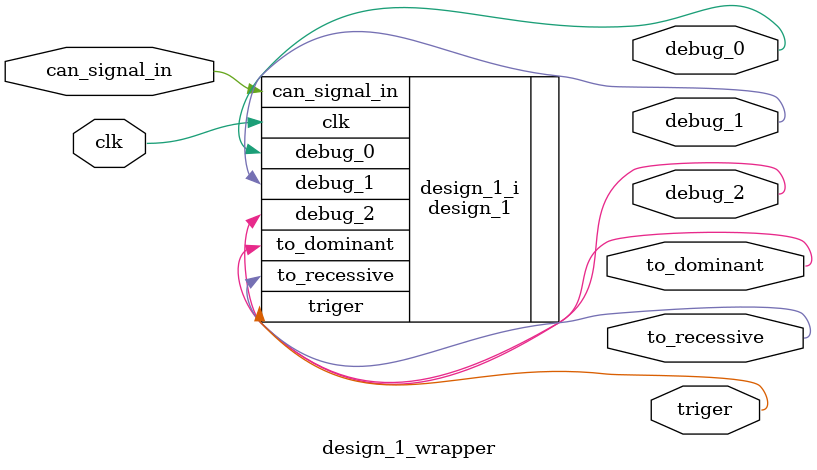
<source format=v>
`timescale 1 ps / 1 ps

module design_1_wrapper
   (can_signal_in,
    clk,
    debug_0,
    debug_1,
    debug_2,
    to_dominant,
    to_recessive,
    triger);
  input can_signal_in;
  input clk;
  output debug_0;
  output debug_1;
  output debug_2;
  output to_dominant;
  output to_recessive;
  output triger;

  wire can_signal_in;
  wire clk;
  wire debug_0;
  wire debug_1;
  wire debug_2;
  wire to_dominant;
  wire to_recessive;
  wire triger;

  design_1 design_1_i
       (.can_signal_in(can_signal_in),
        .clk(clk),
        .debug_0(debug_0),
        .debug_1(debug_1),
        .debug_2(debug_2),
        .to_dominant(to_dominant),
        .to_recessive(to_recessive),
        .triger(triger));
endmodule

</source>
